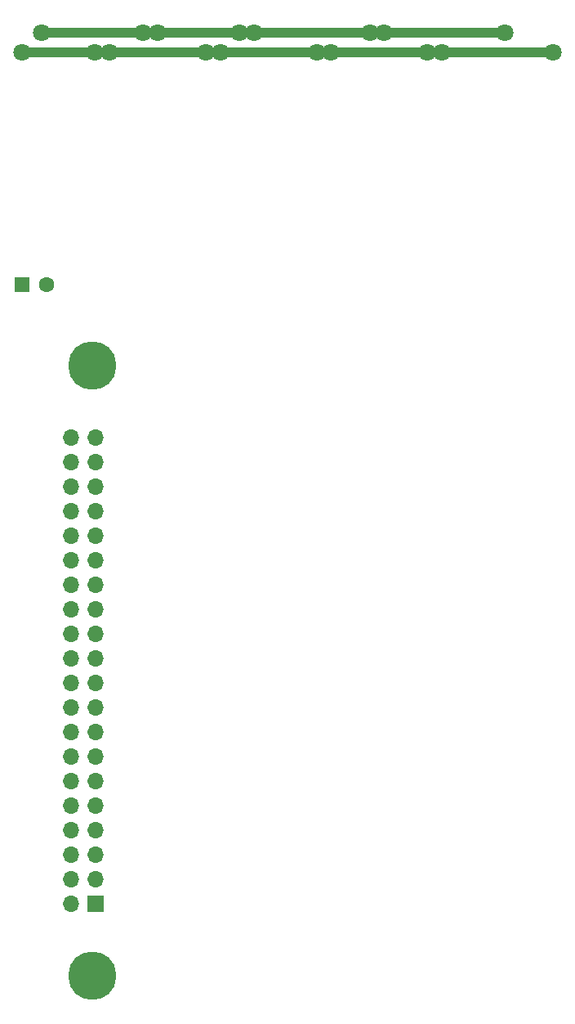
<source format=gbr>
%TF.GenerationSoftware,KiCad,Pcbnew,7.0.2*%
%TF.CreationDate,2023-05-19T03:37:00-07:00*%
%TF.ProjectId,pb_orangepi,70625f6f-7261-46e6-9765-70692e6b6963,rev?*%
%TF.SameCoordinates,PX90013c0PY280de80*%
%TF.FileFunction,Copper,L2,Bot*%
%TF.FilePolarity,Positive*%
%FSLAX46Y46*%
G04 Gerber Fmt 4.6, Leading zero omitted, Abs format (unit mm)*
G04 Created by KiCad (PCBNEW 7.0.2) date 2023-05-19 03:37:00*
%MOMM*%
%LPD*%
G01*
G04 APERTURE LIST*
%TA.AperFunction,ComponentPad*%
%ADD10C,1.600000*%
%TD*%
%TA.AperFunction,ComponentPad*%
%ADD11R,1.600000X1.600000*%
%TD*%
%TA.AperFunction,ComponentPad*%
%ADD12O,1.700000X1.700000*%
%TD*%
%TA.AperFunction,ComponentPad*%
%ADD13R,1.700000X1.700000*%
%TD*%
%TA.AperFunction,ViaPad*%
%ADD14C,1.800000*%
%TD*%
%TA.AperFunction,ViaPad*%
%ADD15C,5.000000*%
%TD*%
%TA.AperFunction,Conductor*%
%ADD16C,1.000000*%
%TD*%
G04 APERTURE END LIST*
D10*
%TO.P,C1,2*%
%TO.N,GND*%
X9000000Y-33500000D03*
D11*
%TO.P,C1,1*%
%TO.N,+5V*%
X6500000Y-33500000D03*
%TD*%
D12*
%TO.P,J1,40,Pin_40*%
%TO.N,unconnected-(J1-Pin_40-Pad40)*%
X11580000Y-49340000D03*
%TO.P,J1,39,Pin_39*%
%TO.N,unconnected-(J1-Pin_39-Pad39)*%
X14120000Y-49340000D03*
%TO.P,J1,38,Pin_38*%
%TO.N,unconnected-(J1-Pin_38-Pad38)*%
X11580000Y-51880000D03*
%TO.P,J1,37,Pin_37*%
%TO.N,Net-(J1-Pin_37)*%
X14120000Y-51880000D03*
%TO.P,J1,36,Pin_36*%
%TO.N,unconnected-(J1-Pin_36-Pad36)*%
X11580000Y-54420000D03*
%TO.P,J1,35,Pin_35*%
%TO.N,Net-(J1-Pin_35)*%
X14120000Y-54420000D03*
%TO.P,J1,34,Pin_34*%
%TO.N,unconnected-(J1-Pin_34-Pad34)*%
X11580000Y-56960000D03*
%TO.P,J1,33,Pin_33*%
%TO.N,Net-(J1-Pin_33)*%
X14120000Y-56960000D03*
%TO.P,J1,32,Pin_32*%
%TO.N,unconnected-(J1-Pin_32-Pad32)*%
X11580000Y-59500000D03*
%TO.P,J1,31,Pin_31*%
%TO.N,Net-(J1-Pin_31)*%
X14120000Y-59500000D03*
%TO.P,J1,30,Pin_30*%
%TO.N,unconnected-(J1-Pin_30-Pad30)*%
X11580000Y-62040000D03*
%TO.P,J1,29,Pin_29*%
%TO.N,Net-(J1-Pin_29)*%
X14120000Y-62040000D03*
%TO.P,J1,28,Pin_28*%
%TO.N,unconnected-(J1-Pin_28-Pad28)*%
X11580000Y-64580000D03*
%TO.P,J1,27,Pin_27*%
%TO.N,unconnected-(J1-Pin_27-Pad27)*%
X14120000Y-64580000D03*
%TO.P,J1,26,Pin_26*%
%TO.N,unconnected-(J1-Pin_26-Pad26)*%
X11580000Y-67120000D03*
%TO.P,J1,25,Pin_25*%
%TO.N,unconnected-(J1-Pin_25-Pad25)*%
X14120000Y-67120000D03*
%TO.P,J1,24,Pin_24*%
%TO.N,unconnected-(J1-Pin_24-Pad24)*%
X11580000Y-69660000D03*
%TO.P,J1,23,Pin_23*%
%TO.N,unconnected-(J1-Pin_23-Pad23)*%
X14120000Y-69660000D03*
%TO.P,J1,22,Pin_22*%
%TO.N,unconnected-(J1-Pin_22-Pad22)*%
X11580000Y-72200000D03*
%TO.P,J1,21,Pin_21*%
%TO.N,unconnected-(J1-Pin_21-Pad21)*%
X14120000Y-72200000D03*
%TO.P,J1,20,Pin_20*%
%TO.N,unconnected-(J1-Pin_20-Pad20)*%
X11580000Y-74740000D03*
%TO.P,J1,19,Pin_19*%
%TO.N,unconnected-(J1-Pin_19-Pad19)*%
X14120000Y-74740000D03*
%TO.P,J1,18,Pin_18*%
%TO.N,unconnected-(J1-Pin_18-Pad18)*%
X11580000Y-77280000D03*
%TO.P,J1,17,Pin_17*%
%TO.N,unconnected-(J1-Pin_17-Pad17)*%
X14120000Y-77280000D03*
%TO.P,J1,16,Pin_16*%
%TO.N,unconnected-(J1-Pin_16-Pad16)*%
X11580000Y-79820000D03*
%TO.P,J1,15,Pin_15*%
%TO.N,unconnected-(J1-Pin_15-Pad15)*%
X14120000Y-79820000D03*
%TO.P,J1,14,Pin_14*%
%TO.N,unconnected-(J1-Pin_14-Pad14)*%
X11580000Y-82360000D03*
%TO.P,J1,13,Pin_13*%
%TO.N,unconnected-(J1-Pin_13-Pad13)*%
X14120000Y-82360000D03*
%TO.P,J1,12,Pin_12*%
%TO.N,unconnected-(J1-Pin_12-Pad12)*%
X11580000Y-84900000D03*
%TO.P,J1,11,Pin_11*%
%TO.N,unconnected-(J1-Pin_11-Pad11)*%
X14120000Y-84900000D03*
%TO.P,J1,10,Pin_10*%
%TO.N,unconnected-(J1-Pin_10-Pad10)*%
X11580000Y-87440000D03*
%TO.P,J1,9,Pin_9*%
%TO.N,unconnected-(J1-Pin_9-Pad9)*%
X14120000Y-87440000D03*
%TO.P,J1,8,Pin_8*%
%TO.N,unconnected-(J1-Pin_8-Pad8)*%
X11580000Y-89980000D03*
%TO.P,J1,7,Pin_7*%
%TO.N,unconnected-(J1-Pin_7-Pad7)*%
X14120000Y-89980000D03*
%TO.P,J1,6,Pin_6*%
%TO.N,GND*%
X11580000Y-92520000D03*
%TO.P,J1,5,Pin_5*%
%TO.N,unconnected-(J1-Pin_5-Pad5)*%
X14120000Y-92520000D03*
%TO.P,J1,4,Pin_4*%
%TO.N,+5V*%
X11580000Y-95060000D03*
%TO.P,J1,3,Pin_3*%
%TO.N,unconnected-(J1-Pin_3-Pad3)*%
X14120000Y-95060000D03*
%TO.P,J1,2,Pin_2*%
%TO.N,unconnected-(J1-Pin_2-Pad2)*%
X11580000Y-97600000D03*
D13*
%TO.P,J1,1,Pin_1*%
%TO.N,unconnected-(J1-Pin_1-Pad1)*%
X14120000Y-97600000D03*
%TD*%
D14*
%TO.N,+5V*%
X6500000Y-9500000D03*
X50000000Y-9500000D03*
X37000000Y-9500000D03*
X27000000Y-9500000D03*
X15500000Y-9500000D03*
X61500000Y-9500000D03*
X48500000Y-9500000D03*
X38500000Y-9500000D03*
X25500000Y-9500000D03*
X14000000Y-9500000D03*
%TO.N,GND*%
X56500000Y-7500000D03*
X42500000Y-7500000D03*
X44000000Y-7500000D03*
X30500000Y-7500000D03*
X29000000Y-7500000D03*
X19000000Y-7500000D03*
X20500000Y-7500000D03*
X20500000Y-7500000D03*
X8500000Y-7500000D03*
D15*
%TO.N,*%
X13760000Y-105056000D03*
X13760000Y-41940000D03*
%TD*%
D16*
%TO.N,+5V*%
X50000000Y-9500000D02*
X61500000Y-9500000D01*
X38500000Y-9500000D02*
X48500000Y-9500000D01*
X27000000Y-9500000D02*
X37000000Y-9500000D01*
X15500000Y-9500000D02*
X25500000Y-9500000D01*
X6500000Y-9500000D02*
X14000000Y-9500000D01*
%TO.N,GND*%
X44000000Y-7500000D02*
X56500000Y-7500000D01*
X30500000Y-7500000D02*
X42500000Y-7500000D01*
X20500000Y-7500000D02*
X29000000Y-7500000D01*
X8500000Y-7500000D02*
X19000000Y-7500000D01*
%TD*%
M02*

</source>
